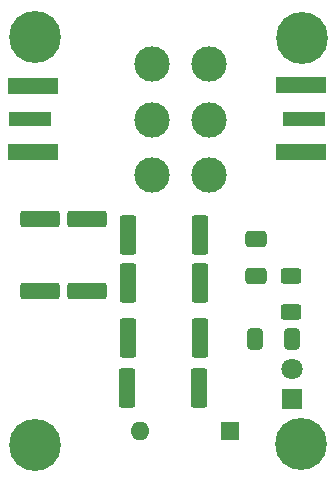
<source format=gbr>
%TF.GenerationSoftware,KiCad,Pcbnew,8.99.0-unknown-8e286d44fc~178~ubuntu22.04.1*%
%TF.CreationDate,2024-05-21T21:22:49+05:30*%
%TF.ProjectId,MiniSWR-Interface,4d696e69-5357-4522-9d49-6e7465726661,rev?*%
%TF.SameCoordinates,Original*%
%TF.FileFunction,Soldermask,Top*%
%TF.FilePolarity,Negative*%
%FSLAX46Y46*%
G04 Gerber Fmt 4.6, Leading zero omitted, Abs format (unit mm)*
G04 Created by KiCad (PCBNEW 8.99.0-unknown-8e286d44fc~178~ubuntu22.04.1) date 2024-05-21 21:22:49*
%MOMM*%
%LPD*%
G01*
G04 APERTURE LIST*
G04 Aperture macros list*
%AMRoundRect*
0 Rectangle with rounded corners*
0 $1 Rounding radius*
0 $2 $3 $4 $5 $6 $7 $8 $9 X,Y pos of 4 corners*
0 Add a 4 corners polygon primitive as box body*
4,1,4,$2,$3,$4,$5,$6,$7,$8,$9,$2,$3,0*
0 Add four circle primitives for the rounded corners*
1,1,$1+$1,$2,$3*
1,1,$1+$1,$4,$5*
1,1,$1+$1,$6,$7*
1,1,$1+$1,$8,$9*
0 Add four rect primitives between the rounded corners*
20,1,$1+$1,$2,$3,$4,$5,0*
20,1,$1+$1,$4,$5,$6,$7,0*
20,1,$1+$1,$6,$7,$8,$9,0*
20,1,$1+$1,$8,$9,$2,$3,0*%
G04 Aperture macros list end*
%ADD10RoundRect,0.250000X-0.650000X0.412500X-0.650000X-0.412500X0.650000X-0.412500X0.650000X0.412500X0*%
%ADD11C,0.700000*%
%ADD12C,4.400000*%
%ADD13R,1.600000X1.600000*%
%ADD14O,1.600000X1.600000*%
%ADD15C,3.000000*%
%ADD16RoundRect,0.249999X-0.450001X-1.425001X0.450001X-1.425001X0.450001X1.425001X-0.450001X1.425001X0*%
%ADD17RoundRect,0.249999X0.450001X1.425001X-0.450001X1.425001X-0.450001X-1.425001X0.450001X-1.425001X0*%
%ADD18RoundRect,0.249999X1.425001X-0.450001X1.425001X0.450001X-1.425001X0.450001X-1.425001X-0.450001X0*%
%ADD19R,3.600000X1.270000*%
%ADD20R,4.200000X1.350000*%
%ADD21RoundRect,0.250000X0.412500X0.650000X-0.412500X0.650000X-0.412500X-0.650000X0.412500X-0.650000X0*%
%ADD22R,1.800000X1.800000*%
%ADD23C,1.800000*%
%ADD24RoundRect,0.250000X0.625000X-0.400000X0.625000X0.400000X-0.625000X0.400000X-0.625000X-0.400000X0*%
G04 APERTURE END LIST*
D10*
%TO.C,C1*%
X139330000Y-84797500D03*
X139330000Y-87922500D03*
%TD*%
D11*
%TO.C,H4*%
X118986726Y-102213274D03*
X119470000Y-101046548D03*
X119470000Y-103380000D03*
X120636726Y-100563274D03*
D12*
X120636726Y-102213274D03*
D11*
X120636726Y-103863274D03*
X121803452Y-101046548D03*
X121803452Y-103380000D03*
X122286726Y-102213274D03*
%TD*%
D13*
%TO.C,D1*%
X137133984Y-101070000D03*
D14*
X129513984Y-101070000D03*
%TD*%
D15*
%TO.C,SW1*%
X130530000Y-70010000D03*
X130530000Y-74710000D03*
X130530000Y-79410000D03*
X135330000Y-70010000D03*
X135330000Y-74710000D03*
X135330000Y-79410000D03*
%TD*%
D16*
%TO.C,R6*%
X128480000Y-88570000D03*
X134580000Y-88570000D03*
%TD*%
%TO.C,R3*%
X128490000Y-84470000D03*
X134590000Y-84470000D03*
%TD*%
D17*
%TO.C,R7*%
X134560000Y-97450000D03*
X128460000Y-97450000D03*
%TD*%
D11*
%TO.C,H3*%
X141540000Y-102190000D03*
X142023274Y-101023274D03*
X142023274Y-103356726D03*
X143190000Y-100540000D03*
D12*
X143190000Y-102190000D03*
D11*
X143190000Y-103840000D03*
X144356726Y-101023274D03*
X144356726Y-103356726D03*
X144840000Y-102190000D03*
%TD*%
D18*
%TO.C,R1*%
X125080000Y-89215000D03*
X125080000Y-83115000D03*
%TD*%
D19*
%TO.C,J2*%
X143387500Y-74630000D03*
D20*
X143187500Y-77455000D03*
X143187500Y-71805000D03*
%TD*%
D21*
%TO.C,C2*%
X142362500Y-93320000D03*
X139237500Y-93320000D03*
%TD*%
D11*
%TO.C,H1*%
X118993274Y-67746726D03*
X119476548Y-66580000D03*
X119476548Y-68913452D03*
X120643274Y-66096726D03*
D12*
X120643274Y-67746726D03*
D11*
X120643274Y-69396726D03*
X121810000Y-66580000D03*
X121810000Y-68913452D03*
X122293274Y-67746726D03*
%TD*%
D22*
%TO.C,LED1*%
X142380000Y-98390000D03*
D23*
X142380000Y-95850000D03*
%TD*%
D17*
%TO.C,R2*%
X134600000Y-93230000D03*
X128500000Y-93230000D03*
%TD*%
D24*
%TO.C,R4*%
X142350000Y-91030000D03*
X142350000Y-87930000D03*
%TD*%
D19*
%TO.C,J1*%
X120250000Y-74650000D03*
D20*
X120450000Y-71825000D03*
X120450000Y-77475000D03*
%TD*%
D11*
%TO.C,H2*%
X141570000Y-67790000D03*
X142053274Y-66623274D03*
X142053274Y-68956726D03*
X143220000Y-66140000D03*
D12*
X143220000Y-67790000D03*
D11*
X143220000Y-69440000D03*
X144386726Y-66623274D03*
X144386726Y-68956726D03*
X144870000Y-67790000D03*
%TD*%
D18*
%TO.C,R5*%
X121020000Y-89190000D03*
X121020000Y-83090000D03*
%TD*%
M02*

</source>
